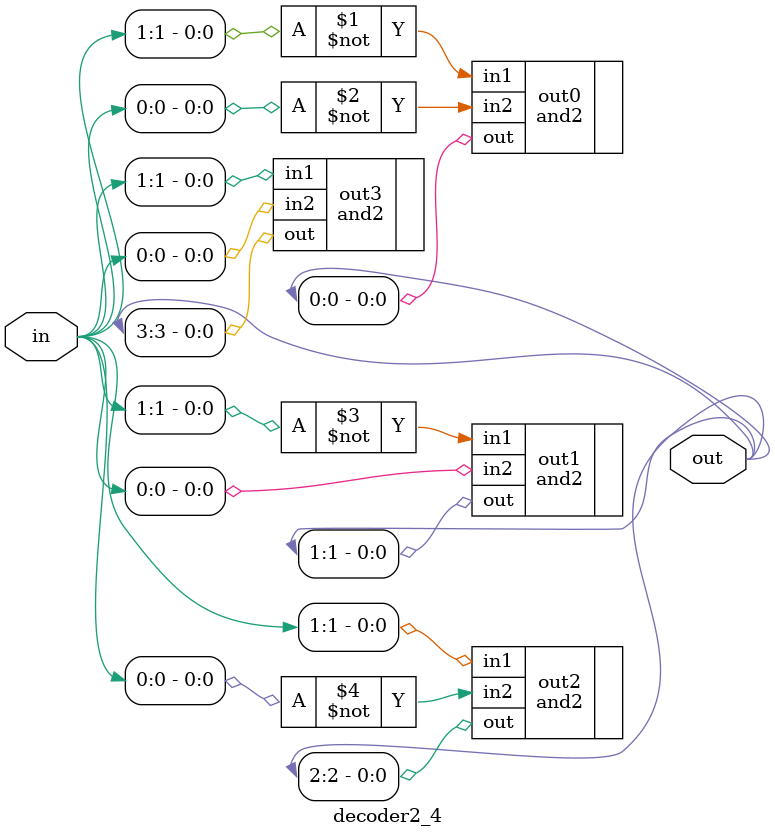
<source format=v>
module decoder2_4(in, out);
	
	input [1:0] in;
	output [3:0] out;

	and2 out0(.in1(~in[1]), .in2(~in[0]), .out(out[0])); //00
	and2 out1(.in1(~in[1]), .in2(in[0]), .out(out[1])); //01
	and2 out2(.in1(in[1]), .in2(~in[0]), .out(out[2])); //10
	and2 out3(.in1(in[1]), .in2(in[0]), .out(out[3])); //11


endmodule

</source>
